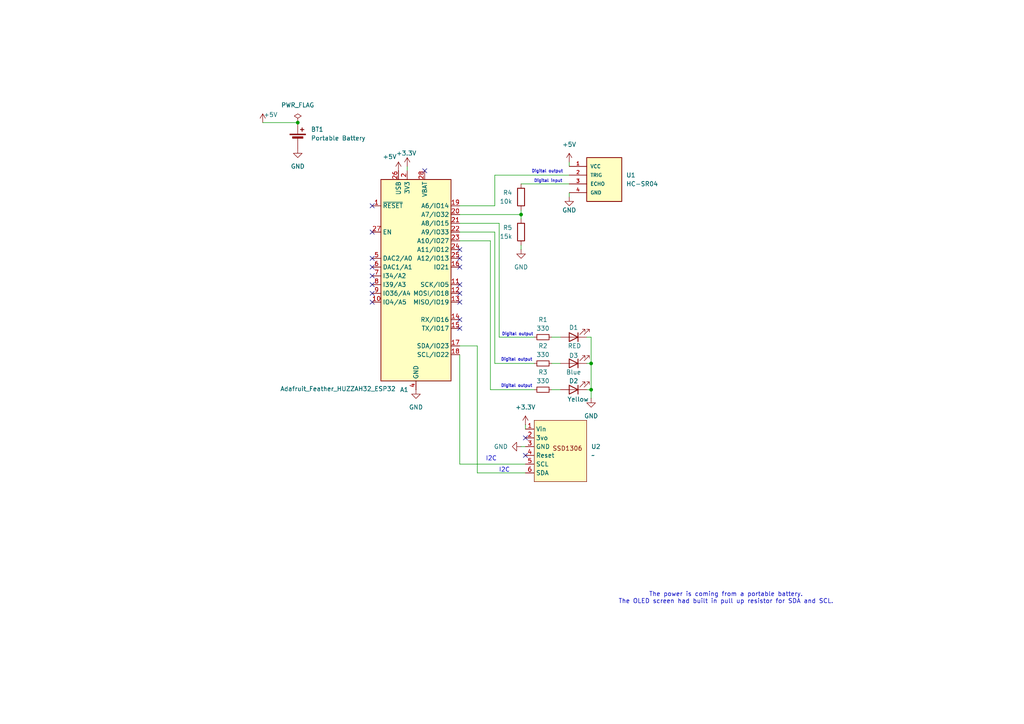
<source format=kicad_sch>
(kicad_sch
	(version 20250114)
	(generator "eeschema")
	(generator_version "9.0")
	(uuid "54dde89f-c22d-4592-bcdd-d34b1d194bcc")
	(paper "A4")
	(title_block
		(title "Distance Sensor")
		(date "2025-11-17")
		(rev "2.0")
		(company "Team 15")
	)
	(lib_symbols
		(symbol "Device:Battery_Cell"
			(pin_numbers
				(hide yes)
			)
			(pin_names
				(offset 0)
				(hide yes)
			)
			(exclude_from_sim no)
			(in_bom yes)
			(on_board yes)
			(property "Reference" "BT"
				(at 2.54 2.54 0)
				(effects
					(font
						(size 1.27 1.27)
					)
					(justify left)
				)
			)
			(property "Value" "Battery_Cell"
				(at 2.54 0 0)
				(effects
					(font
						(size 1.27 1.27)
					)
					(justify left)
				)
			)
			(property "Footprint" ""
				(at 0 1.524 90)
				(effects
					(font
						(size 1.27 1.27)
					)
					(hide yes)
				)
			)
			(property "Datasheet" "~"
				(at 0 1.524 90)
				(effects
					(font
						(size 1.27 1.27)
					)
					(hide yes)
				)
			)
			(property "Description" "Single-cell battery"
				(at 0 0 0)
				(effects
					(font
						(size 1.27 1.27)
					)
					(hide yes)
				)
			)
			(property "ki_keywords" "battery cell"
				(at 0 0 0)
				(effects
					(font
						(size 1.27 1.27)
					)
					(hide yes)
				)
			)
			(symbol "Battery_Cell_0_1"
				(rectangle
					(start -2.286 1.778)
					(end 2.286 1.524)
					(stroke
						(width 0)
						(type default)
					)
					(fill
						(type outline)
					)
				)
				(rectangle
					(start -1.524 1.016)
					(end 1.524 0.508)
					(stroke
						(width 0)
						(type default)
					)
					(fill
						(type outline)
					)
				)
				(polyline
					(pts
						(xy 0 1.778) (xy 0 2.54)
					)
					(stroke
						(width 0)
						(type default)
					)
					(fill
						(type none)
					)
				)
				(polyline
					(pts
						(xy 0 0.762) (xy 0 0)
					)
					(stroke
						(width 0)
						(type default)
					)
					(fill
						(type none)
					)
				)
				(polyline
					(pts
						(xy 0.762 3.048) (xy 1.778 3.048)
					)
					(stroke
						(width 0.254)
						(type default)
					)
					(fill
						(type none)
					)
				)
				(polyline
					(pts
						(xy 1.27 3.556) (xy 1.27 2.54)
					)
					(stroke
						(width 0.254)
						(type default)
					)
					(fill
						(type none)
					)
				)
			)
			(symbol "Battery_Cell_1_1"
				(pin passive line
					(at 0 5.08 270)
					(length 2.54)
					(name "+"
						(effects
							(font
								(size 1.27 1.27)
							)
						)
					)
					(number "1"
						(effects
							(font
								(size 1.27 1.27)
							)
						)
					)
				)
				(pin passive line
					(at 0 -2.54 90)
					(length 2.54)
					(name "-"
						(effects
							(font
								(size 1.27 1.27)
							)
						)
					)
					(number "2"
						(effects
							(font
								(size 1.27 1.27)
							)
						)
					)
				)
			)
			(embedded_fonts no)
		)
		(symbol "Device:LED"
			(pin_numbers
				(hide yes)
			)
			(pin_names
				(offset 1.016)
				(hide yes)
			)
			(exclude_from_sim no)
			(in_bom yes)
			(on_board yes)
			(property "Reference" "D"
				(at 0 2.54 0)
				(effects
					(font
						(size 1.27 1.27)
					)
				)
			)
			(property "Value" "LED"
				(at 0 -2.54 0)
				(effects
					(font
						(size 1.27 1.27)
					)
				)
			)
			(property "Footprint" ""
				(at 0 0 0)
				(effects
					(font
						(size 1.27 1.27)
					)
					(hide yes)
				)
			)
			(property "Datasheet" "~"
				(at 0 0 0)
				(effects
					(font
						(size 1.27 1.27)
					)
					(hide yes)
				)
			)
			(property "Description" "Light emitting diode"
				(at 0 0 0)
				(effects
					(font
						(size 1.27 1.27)
					)
					(hide yes)
				)
			)
			(property "Sim.Pins" "1=K 2=A"
				(at 0 0 0)
				(effects
					(font
						(size 1.27 1.27)
					)
					(hide yes)
				)
			)
			(property "ki_keywords" "LED diode"
				(at 0 0 0)
				(effects
					(font
						(size 1.27 1.27)
					)
					(hide yes)
				)
			)
			(property "ki_fp_filters" "LED* LED_SMD:* LED_THT:*"
				(at 0 0 0)
				(effects
					(font
						(size 1.27 1.27)
					)
					(hide yes)
				)
			)
			(symbol "LED_0_1"
				(polyline
					(pts
						(xy -3.048 -0.762) (xy -4.572 -2.286) (xy -3.81 -2.286) (xy -4.572 -2.286) (xy -4.572 -1.524)
					)
					(stroke
						(width 0)
						(type default)
					)
					(fill
						(type none)
					)
				)
				(polyline
					(pts
						(xy -1.778 -0.762) (xy -3.302 -2.286) (xy -2.54 -2.286) (xy -3.302 -2.286) (xy -3.302 -1.524)
					)
					(stroke
						(width 0)
						(type default)
					)
					(fill
						(type none)
					)
				)
				(polyline
					(pts
						(xy -1.27 0) (xy 1.27 0)
					)
					(stroke
						(width 0)
						(type default)
					)
					(fill
						(type none)
					)
				)
				(polyline
					(pts
						(xy -1.27 -1.27) (xy -1.27 1.27)
					)
					(stroke
						(width 0.254)
						(type default)
					)
					(fill
						(type none)
					)
				)
				(polyline
					(pts
						(xy 1.27 -1.27) (xy 1.27 1.27) (xy -1.27 0) (xy 1.27 -1.27)
					)
					(stroke
						(width 0.254)
						(type default)
					)
					(fill
						(type none)
					)
				)
			)
			(symbol "LED_1_1"
				(pin passive line
					(at -3.81 0 0)
					(length 2.54)
					(name "K"
						(effects
							(font
								(size 1.27 1.27)
							)
						)
					)
					(number "1"
						(effects
							(font
								(size 1.27 1.27)
							)
						)
					)
				)
				(pin passive line
					(at 3.81 0 180)
					(length 2.54)
					(name "A"
						(effects
							(font
								(size 1.27 1.27)
							)
						)
					)
					(number "2"
						(effects
							(font
								(size 1.27 1.27)
							)
						)
					)
				)
			)
			(embedded_fonts no)
		)
		(symbol "Device:R"
			(pin_numbers
				(hide yes)
			)
			(pin_names
				(offset 0)
			)
			(exclude_from_sim no)
			(in_bom yes)
			(on_board yes)
			(property "Reference" "R"
				(at 2.032 0 90)
				(effects
					(font
						(size 1.27 1.27)
					)
				)
			)
			(property "Value" "R"
				(at 0 0 90)
				(effects
					(font
						(size 1.27 1.27)
					)
				)
			)
			(property "Footprint" ""
				(at -1.778 0 90)
				(effects
					(font
						(size 1.27 1.27)
					)
					(hide yes)
				)
			)
			(property "Datasheet" "~"
				(at 0 0 0)
				(effects
					(font
						(size 1.27 1.27)
					)
					(hide yes)
				)
			)
			(property "Description" "Resistor"
				(at 0 0 0)
				(effects
					(font
						(size 1.27 1.27)
					)
					(hide yes)
				)
			)
			(property "ki_keywords" "R res resistor"
				(at 0 0 0)
				(effects
					(font
						(size 1.27 1.27)
					)
					(hide yes)
				)
			)
			(property "ki_fp_filters" "R_*"
				(at 0 0 0)
				(effects
					(font
						(size 1.27 1.27)
					)
					(hide yes)
				)
			)
			(symbol "R_0_1"
				(rectangle
					(start -1.016 -2.54)
					(end 1.016 2.54)
					(stroke
						(width 0.254)
						(type default)
					)
					(fill
						(type none)
					)
				)
			)
			(symbol "R_1_1"
				(pin passive line
					(at 0 3.81 270)
					(length 1.27)
					(name "~"
						(effects
							(font
								(size 1.27 1.27)
							)
						)
					)
					(number "1"
						(effects
							(font
								(size 1.27 1.27)
							)
						)
					)
				)
				(pin passive line
					(at 0 -3.81 90)
					(length 1.27)
					(name "~"
						(effects
							(font
								(size 1.27 1.27)
							)
						)
					)
					(number "2"
						(effects
							(font
								(size 1.27 1.27)
							)
						)
					)
				)
			)
			(embedded_fonts no)
		)
		(symbol "Device:R_Small"
			(pin_numbers
				(hide yes)
			)
			(pin_names
				(offset 0.254)
				(hide yes)
			)
			(exclude_from_sim no)
			(in_bom yes)
			(on_board yes)
			(property "Reference" "R"
				(at 0 0 90)
				(effects
					(font
						(size 1.016 1.016)
					)
				)
			)
			(property "Value" "R_Small"
				(at 1.778 0 90)
				(effects
					(font
						(size 1.27 1.27)
					)
				)
			)
			(property "Footprint" ""
				(at 0 0 0)
				(effects
					(font
						(size 1.27 1.27)
					)
					(hide yes)
				)
			)
			(property "Datasheet" "~"
				(at 0 0 0)
				(effects
					(font
						(size 1.27 1.27)
					)
					(hide yes)
				)
			)
			(property "Description" "Resistor, small symbol"
				(at 0 0 0)
				(effects
					(font
						(size 1.27 1.27)
					)
					(hide yes)
				)
			)
			(property "ki_keywords" "R resistor"
				(at 0 0 0)
				(effects
					(font
						(size 1.27 1.27)
					)
					(hide yes)
				)
			)
			(property "ki_fp_filters" "R_*"
				(at 0 0 0)
				(effects
					(font
						(size 1.27 1.27)
					)
					(hide yes)
				)
			)
			(symbol "R_Small_0_1"
				(rectangle
					(start -0.762 1.778)
					(end 0.762 -1.778)
					(stroke
						(width 0.2032)
						(type default)
					)
					(fill
						(type none)
					)
				)
			)
			(symbol "R_Small_1_1"
				(pin passive line
					(at 0 2.54 270)
					(length 0.762)
					(name "~"
						(effects
							(font
								(size 1.27 1.27)
							)
						)
					)
					(number "1"
						(effects
							(font
								(size 1.27 1.27)
							)
						)
					)
				)
				(pin passive line
					(at 0 -2.54 90)
					(length 0.762)
					(name "~"
						(effects
							(font
								(size 1.27 1.27)
							)
						)
					)
					(number "2"
						(effects
							(font
								(size 1.27 1.27)
							)
						)
					)
				)
			)
			(embedded_fonts no)
		)
		(symbol "HC-SR04:HC-SR04"
			(pin_names
				(offset 1.016)
			)
			(exclude_from_sim no)
			(in_bom yes)
			(on_board yes)
			(property "Reference" "U"
				(at 0 5.0813 0)
				(effects
					(font
						(size 1.27 1.27)
					)
					(justify left bottom)
				)
			)
			(property "Value" "HC-SR04"
				(at 0 -10.163 0)
				(effects
					(font
						(size 1.27 1.27)
					)
					(justify left bottom)
				)
			)
			(property "Footprint" "HC-SR04:XCVR_HC-SR04"
				(at 0 0 0)
				(effects
					(font
						(size 1.27 1.27)
					)
					(justify bottom)
					(hide yes)
				)
			)
			(property "Datasheet" ""
				(at 0 0 0)
				(effects
					(font
						(size 1.27 1.27)
					)
					(hide yes)
				)
			)
			(property "Description" ""
				(at 0 0 0)
				(effects
					(font
						(size 1.27 1.27)
					)
					(hide yes)
				)
			)
			(property "MF" "SparkFun Electronics"
				(at 0 0 0)
				(effects
					(font
						(size 1.27 1.27)
					)
					(justify bottom)
					(hide yes)
				)
			)
			(property "Description_1" "HC-SR04 Ultrasonic Sensor Qwiic Platform Evaluation Expansion Board"
				(at 0 0 0)
				(effects
					(font
						(size 1.27 1.27)
					)
					(justify bottom)
					(hide yes)
				)
			)
			(property "Package" "None"
				(at 0 0 0)
				(effects
					(font
						(size 1.27 1.27)
					)
					(justify bottom)
					(hide yes)
				)
			)
			(property "Price" "None"
				(at 0 0 0)
				(effects
					(font
						(size 1.27 1.27)
					)
					(justify bottom)
					(hide yes)
				)
			)
			(property "Check_prices" "https://www.snapeda.com/parts/HC-SR04/SparkFun/view-part/?ref=eda"
				(at 0 0 0)
				(effects
					(font
						(size 1.27 1.27)
					)
					(justify bottom)
					(hide yes)
				)
			)
			(property "SnapEDA_Link" "https://www.snapeda.com/parts/HC-SR04/SparkFun/view-part/?ref=snap"
				(at 0 0 0)
				(effects
					(font
						(size 1.27 1.27)
					)
					(justify bottom)
					(hide yes)
				)
			)
			(property "MP" "HC-SR04"
				(at 0 0 0)
				(effects
					(font
						(size 1.27 1.27)
					)
					(justify bottom)
					(hide yes)
				)
			)
			(property "Availability" "Not in stock"
				(at 0 0 0)
				(effects
					(font
						(size 1.27 1.27)
					)
					(justify bottom)
					(hide yes)
				)
			)
			(property "MANUFACTURER" "Osepp"
				(at 0 0 0)
				(effects
					(font
						(size 1.27 1.27)
					)
					(justify bottom)
					(hide yes)
				)
			)
			(symbol "HC-SR04_0_0"
				(rectangle
					(start 0 -7.62)
					(end 10.16 5.08)
					(stroke
						(width 0.254)
						(type default)
					)
					(fill
						(type background)
					)
				)
				(pin power_in line
					(at -5.08 2.54 0)
					(length 5.08)
					(name "VCC"
						(effects
							(font
								(size 1.016 1.016)
							)
						)
					)
					(number "1"
						(effects
							(font
								(size 1.016 1.016)
							)
						)
					)
				)
				(pin bidirectional line
					(at -5.08 0 0)
					(length 5.08)
					(name "TRIG"
						(effects
							(font
								(size 1.016 1.016)
							)
						)
					)
					(number "2"
						(effects
							(font
								(size 1.016 1.016)
							)
						)
					)
				)
				(pin bidirectional line
					(at -5.08 -2.54 0)
					(length 5.08)
					(name "ECHO"
						(effects
							(font
								(size 1.016 1.016)
							)
						)
					)
					(number "3"
						(effects
							(font
								(size 1.016 1.016)
							)
						)
					)
				)
				(pin power_in line
					(at -5.08 -5.08 0)
					(length 5.08)
					(name "GND"
						(effects
							(font
								(size 1.016 1.016)
							)
						)
					)
					(number "4"
						(effects
							(font
								(size 1.016 1.016)
							)
						)
					)
				)
			)
			(embedded_fonts no)
		)
		(symbol "MCU_Module:Adafruit_Feather_HUZZAH32_ESP32"
			(exclude_from_sim no)
			(in_bom yes)
			(on_board yes)
			(property "Reference" "A"
				(at -10.16 29.21 0)
				(effects
					(font
						(size 1.27 1.27)
					)
					(justify left)
				)
			)
			(property "Value" "Adafruit_Feather_HUZZAH32_ESP32"
				(at 2.54 -31.75 0)
				(effects
					(font
						(size 1.27 1.27)
					)
					(justify left)
				)
			)
			(property "Footprint" "Module:Adafruit_Feather"
				(at 2.54 -34.29 0)
				(effects
					(font
						(size 1.27 1.27)
					)
					(justify left)
					(hide yes)
				)
			)
			(property "Datasheet" "https://cdn-learn.adafruit.com/downloads/pdf/adafruit-huzzah32-esp32-feather.pdf"
				(at 0 -30.48 0)
				(effects
					(font
						(size 1.27 1.27)
					)
					(hide yes)
				)
			)
			(property "Description" "Microcontroller module with ESP32 MCU"
				(at 0 0 0)
				(effects
					(font
						(size 1.27 1.27)
					)
					(hide yes)
				)
			)
			(property "ki_keywords" "Adafruit feather microcontroller module USB"
				(at 0 0 0)
				(effects
					(font
						(size 1.27 1.27)
					)
					(hide yes)
				)
			)
			(property "ki_fp_filters" "Adafruit*Feather*"
				(at 0 0 0)
				(effects
					(font
						(size 1.27 1.27)
					)
					(hide yes)
				)
			)
			(symbol "Adafruit_Feather_HUZZAH32_ESP32_0_1"
				(rectangle
					(start -10.16 27.94)
					(end 10.16 -30.48)
					(stroke
						(width 0.254)
						(type default)
					)
					(fill
						(type background)
					)
				)
			)
			(symbol "Adafruit_Feather_HUZZAH32_ESP32_1_1"
				(pin bidirectional line
					(at -12.7 20.32 0)
					(length 2.54)
					(name "A6/IO14"
						(effects
							(font
								(size 1.27 1.27)
							)
						)
					)
					(number "19"
						(effects
							(font
								(size 1.27 1.27)
							)
						)
					)
				)
				(pin bidirectional line
					(at -12.7 17.78 0)
					(length 2.54)
					(name "A7/IO32"
						(effects
							(font
								(size 1.27 1.27)
							)
						)
					)
					(number "20"
						(effects
							(font
								(size 1.27 1.27)
							)
						)
					)
				)
				(pin bidirectional line
					(at -12.7 15.24 0)
					(length 2.54)
					(name "A8/IO15"
						(effects
							(font
								(size 1.27 1.27)
							)
						)
					)
					(number "21"
						(effects
							(font
								(size 1.27 1.27)
							)
						)
					)
				)
				(pin bidirectional line
					(at -12.7 12.7 0)
					(length 2.54)
					(name "A9/IO33"
						(effects
							(font
								(size 1.27 1.27)
							)
						)
					)
					(number "22"
						(effects
							(font
								(size 1.27 1.27)
							)
						)
					)
				)
				(pin bidirectional line
					(at -12.7 10.16 0)
					(length 2.54)
					(name "A10/IO27"
						(effects
							(font
								(size 1.27 1.27)
							)
						)
					)
					(number "23"
						(effects
							(font
								(size 1.27 1.27)
							)
						)
					)
				)
				(pin bidirectional line
					(at -12.7 7.62 0)
					(length 2.54)
					(name "A11/IO12"
						(effects
							(font
								(size 1.27 1.27)
							)
						)
					)
					(number "24"
						(effects
							(font
								(size 1.27 1.27)
							)
						)
					)
				)
				(pin bidirectional line
					(at -12.7 5.08 0)
					(length 2.54)
					(name "A12/IO13"
						(effects
							(font
								(size 1.27 1.27)
							)
						)
					)
					(number "25"
						(effects
							(font
								(size 1.27 1.27)
							)
						)
					)
				)
				(pin bidirectional line
					(at -12.7 2.54 0)
					(length 2.54)
					(name "IO21"
						(effects
							(font
								(size 1.27 1.27)
							)
						)
					)
					(number "16"
						(effects
							(font
								(size 1.27 1.27)
							)
						)
					)
				)
				(pin bidirectional line
					(at -12.7 -2.54 0)
					(length 2.54)
					(name "SCK/IO5"
						(effects
							(font
								(size 1.27 1.27)
							)
						)
					)
					(number "11"
						(effects
							(font
								(size 1.27 1.27)
							)
						)
					)
				)
				(pin bidirectional line
					(at -12.7 -5.08 0)
					(length 2.54)
					(name "MOSI/IO18"
						(effects
							(font
								(size 1.27 1.27)
							)
						)
					)
					(number "12"
						(effects
							(font
								(size 1.27 1.27)
							)
						)
					)
				)
				(pin bidirectional line
					(at -12.7 -7.62 0)
					(length 2.54)
					(name "MISO/IO19"
						(effects
							(font
								(size 1.27 1.27)
							)
						)
					)
					(number "13"
						(effects
							(font
								(size 1.27 1.27)
							)
						)
					)
				)
				(pin bidirectional line
					(at -12.7 -12.7 0)
					(length 2.54)
					(name "RX/IO16"
						(effects
							(font
								(size 1.27 1.27)
							)
						)
					)
					(number "14"
						(effects
							(font
								(size 1.27 1.27)
							)
						)
					)
				)
				(pin bidirectional line
					(at -12.7 -15.24 0)
					(length 2.54)
					(name "TX/IO17"
						(effects
							(font
								(size 1.27 1.27)
							)
						)
					)
					(number "15"
						(effects
							(font
								(size 1.27 1.27)
							)
						)
					)
				)
				(pin bidirectional line
					(at -12.7 -20.32 0)
					(length 2.54)
					(name "SDA/IO23"
						(effects
							(font
								(size 1.27 1.27)
							)
						)
					)
					(number "17"
						(effects
							(font
								(size 1.27 1.27)
							)
						)
					)
				)
				(pin bidirectional line
					(at -12.7 -22.86 0)
					(length 2.54)
					(name "SCL/IO22"
						(effects
							(font
								(size 1.27 1.27)
							)
						)
					)
					(number "18"
						(effects
							(font
								(size 1.27 1.27)
							)
						)
					)
				)
				(pin power_in line
					(at -2.54 30.48 270)
					(length 2.54)
					(name "VBAT"
						(effects
							(font
								(size 1.27 1.27)
							)
						)
					)
					(number "28"
						(effects
							(font
								(size 1.27 1.27)
							)
						)
					)
				)
				(pin power_in line
					(at 0 -33.02 90)
					(length 2.54)
					(name "GND"
						(effects
							(font
								(size 1.27 1.27)
							)
						)
					)
					(number "4"
						(effects
							(font
								(size 1.27 1.27)
							)
						)
					)
				)
				(pin power_in line
					(at 2.54 30.48 270)
					(length 2.54)
					(name "3V3"
						(effects
							(font
								(size 1.27 1.27)
							)
						)
					)
					(number "2"
						(effects
							(font
								(size 1.27 1.27)
							)
						)
					)
				)
				(pin power_in line
					(at 5.08 30.48 270)
					(length 2.54)
					(name "USB"
						(effects
							(font
								(size 1.27 1.27)
							)
						)
					)
					(number "26"
						(effects
							(font
								(size 1.27 1.27)
							)
						)
					)
				)
				(pin no_connect line
					(at 10.16 10.16 180)
					(length 2.54)
					(hide yes)
					(name "NC"
						(effects
							(font
								(size 1.27 1.27)
							)
						)
					)
					(number "3"
						(effects
							(font
								(size 1.27 1.27)
							)
						)
					)
				)
				(pin input line
					(at 12.7 20.32 180)
					(length 2.54)
					(name "~{RESET}"
						(effects
							(font
								(size 1.27 1.27)
							)
						)
					)
					(number "1"
						(effects
							(font
								(size 1.27 1.27)
							)
						)
					)
				)
				(pin input line
					(at 12.7 12.7 180)
					(length 2.54)
					(name "EN"
						(effects
							(font
								(size 1.27 1.27)
							)
						)
					)
					(number "27"
						(effects
							(font
								(size 1.27 1.27)
							)
						)
					)
				)
				(pin bidirectional line
					(at 12.7 5.08 180)
					(length 2.54)
					(name "DAC2/A0"
						(effects
							(font
								(size 1.27 1.27)
							)
						)
					)
					(number "5"
						(effects
							(font
								(size 1.27 1.27)
							)
						)
					)
				)
				(pin bidirectional line
					(at 12.7 2.54 180)
					(length 2.54)
					(name "DAC1/A1"
						(effects
							(font
								(size 1.27 1.27)
							)
						)
					)
					(number "6"
						(effects
							(font
								(size 1.27 1.27)
							)
						)
					)
				)
				(pin bidirectional line
					(at 12.7 0 180)
					(length 2.54)
					(name "I34/A2"
						(effects
							(font
								(size 1.27 1.27)
							)
						)
					)
					(number "7"
						(effects
							(font
								(size 1.27 1.27)
							)
						)
					)
				)
				(pin bidirectional line
					(at 12.7 -2.54 180)
					(length 2.54)
					(name "I39/A3"
						(effects
							(font
								(size 1.27 1.27)
							)
						)
					)
					(number "8"
						(effects
							(font
								(size 1.27 1.27)
							)
						)
					)
				)
				(pin bidirectional line
					(at 12.7 -5.08 180)
					(length 2.54)
					(name "IO36/A4"
						(effects
							(font
								(size 1.27 1.27)
							)
						)
					)
					(number "9"
						(effects
							(font
								(size 1.27 1.27)
							)
						)
					)
				)
				(pin bidirectional line
					(at 12.7 -7.62 180)
					(length 2.54)
					(name "IO4/A5"
						(effects
							(font
								(size 1.27 1.27)
							)
						)
					)
					(number "10"
						(effects
							(font
								(size 1.27 1.27)
							)
						)
					)
				)
			)
			(embedded_fonts no)
		)
		(symbol "Oled_SSD1306_6pin:SSD1306_6-pin"
			(exclude_from_sim no)
			(in_bom yes)
			(on_board yes)
			(property "Reference" "U2"
				(at 19.05 -1.2699 0)
				(effects
					(font
						(size 1.27 1.27)
					)
					(justify left)
				)
			)
			(property "Value" "~"
				(at 19.05 -3.8099 0)
				(effects
					(font
						(size 1.27 1.27)
					)
					(justify left)
				)
			)
			(property "Footprint" "Display:Adafruit_SSD1306"
				(at 0 0 0)
				(effects
					(font
						(size 1.27 1.27)
					)
					(hide yes)
				)
			)
			(property "Datasheet" ""
				(at 0 0 0)
				(effects
					(font
						(size 1.27 1.27)
					)
					(hide yes)
				)
			)
			(property "Description" ""
				(at 0 0 0)
				(effects
					(font
						(size 1.27 1.27)
					)
					(hide yes)
				)
			)
			(symbol "SSD1306_6-pin_1_1"
				(rectangle
					(start 2.54 6.35)
					(end 17.78 -11.43)
					(stroke
						(width 0)
						(type solid)
					)
					(fill
						(type background)
					)
				)
				(text "SSD1306"
					(at 12.192 -1.778 0)
					(effects
						(font
							(size 1.27 1.27)
						)
					)
				)
				(pin power_in line
					(at 0 3.81 0)
					(length 2.54)
					(name "Vin"
						(effects
							(font
								(size 1.27 1.27)
							)
						)
					)
					(number "1"
						(effects
							(font
								(size 1.27 1.27)
							)
						)
					)
				)
				(pin power_in line
					(at 0 1.27 0)
					(length 2.54)
					(name "3vo"
						(effects
							(font
								(size 1.27 1.27)
							)
						)
					)
					(number "2"
						(effects
							(font
								(size 1.27 1.27)
							)
						)
					)
				)
				(pin power_in line
					(at 0 -1.27 0)
					(length 2.54)
					(name "GND"
						(effects
							(font
								(size 1.27 1.27)
							)
						)
					)
					(number "3"
						(effects
							(font
								(size 1.27 1.27)
							)
						)
					)
				)
				(pin input line
					(at 0 -3.81 0)
					(length 2.54)
					(name "Reset"
						(effects
							(font
								(size 1.27 1.27)
							)
						)
					)
					(number "4"
						(effects
							(font
								(size 1.27 1.27)
							)
						)
					)
				)
				(pin bidirectional line
					(at 0 -6.35 0)
					(length 2.54)
					(name "SCL"
						(effects
							(font
								(size 1.27 1.27)
							)
						)
					)
					(number "5"
						(effects
							(font
								(size 1.27 1.27)
							)
						)
					)
				)
				(pin bidirectional line
					(at 0 -8.89 0)
					(length 2.54)
					(name "SDA"
						(effects
							(font
								(size 1.27 1.27)
							)
						)
					)
					(number "6"
						(effects
							(font
								(size 1.27 1.27)
							)
						)
					)
				)
			)
			(embedded_fonts no)
		)
		(symbol "power:+3.3V"
			(power)
			(pin_numbers
				(hide yes)
			)
			(pin_names
				(offset 0)
				(hide yes)
			)
			(exclude_from_sim no)
			(in_bom yes)
			(on_board yes)
			(property "Reference" "#PWR"
				(at 0 -3.81 0)
				(effects
					(font
						(size 1.27 1.27)
					)
					(hide yes)
				)
			)
			(property "Value" "+3.3V"
				(at 0 3.556 0)
				(effects
					(font
						(size 1.27 1.27)
					)
				)
			)
			(property "Footprint" ""
				(at 0 0 0)
				(effects
					(font
						(size 1.27 1.27)
					)
					(hide yes)
				)
			)
			(property "Datasheet" ""
				(at 0 0 0)
				(effects
					(font
						(size 1.27 1.27)
					)
					(hide yes)
				)
			)
			(property "Description" "Power symbol creates a global label with name \"+3.3V\""
				(at 0 0 0)
				(effects
					(font
						(size 1.27 1.27)
					)
					(hide yes)
				)
			)
			(property "ki_keywords" "global power"
				(at 0 0 0)
				(effects
					(font
						(size 1.27 1.27)
					)
					(hide yes)
				)
			)
			(symbol "+3.3V_0_1"
				(polyline
					(pts
						(xy -0.762 1.27) (xy 0 2.54)
					)
					(stroke
						(width 0)
						(type default)
					)
					(fill
						(type none)
					)
				)
				(polyline
					(pts
						(xy 0 2.54) (xy 0.762 1.27)
					)
					(stroke
						(width 0)
						(type default)
					)
					(fill
						(type none)
					)
				)
				(polyline
					(pts
						(xy 0 0) (xy 0 2.54)
					)
					(stroke
						(width 0)
						(type default)
					)
					(fill
						(type none)
					)
				)
			)
			(symbol "+3.3V_1_1"
				(pin power_in line
					(at 0 0 90)
					(length 0)
					(name "~"
						(effects
							(font
								(size 1.27 1.27)
							)
						)
					)
					(number "1"
						(effects
							(font
								(size 1.27 1.27)
							)
						)
					)
				)
			)
			(embedded_fonts no)
		)
		(symbol "power:+5V"
			(power)
			(pin_numbers
				(hide yes)
			)
			(pin_names
				(offset 0)
				(hide yes)
			)
			(exclude_from_sim no)
			(in_bom yes)
			(on_board yes)
			(property "Reference" "#PWR"
				(at 0 -3.81 0)
				(effects
					(font
						(size 1.27 1.27)
					)
					(hide yes)
				)
			)
			(property "Value" "+5V"
				(at 0 3.556 0)
				(effects
					(font
						(size 1.27 1.27)
					)
				)
			)
			(property "Footprint" ""
				(at 0 0 0)
				(effects
					(font
						(size 1.27 1.27)
					)
					(hide yes)
				)
			)
			(property "Datasheet" ""
				(at 0 0 0)
				(effects
					(font
						(size 1.27 1.27)
					)
					(hide yes)
				)
			)
			(property "Description" "Power symbol creates a global label with name \"+5V\""
				(at 0 0 0)
				(effects
					(font
						(size 1.27 1.27)
					)
					(hide yes)
				)
			)
			(property "ki_keywords" "global power"
				(at 0 0 0)
				(effects
					(font
						(size 1.27 1.27)
					)
					(hide yes)
				)
			)
			(symbol "+5V_0_1"
				(polyline
					(pts
						(xy -0.762 1.27) (xy 0 2.54)
					)
					(stroke
						(width 0)
						(type default)
					)
					(fill
						(type none)
					)
				)
				(polyline
					(pts
						(xy 0 2.54) (xy 0.762 1.27)
					)
					(stroke
						(width 0)
						(type default)
					)
					(fill
						(type none)
					)
				)
				(polyline
					(pts
						(xy 0 0) (xy 0 2.54)
					)
					(stroke
						(width 0)
						(type default)
					)
					(fill
						(type none)
					)
				)
			)
			(symbol "+5V_1_1"
				(pin power_in line
					(at 0 0 90)
					(length 0)
					(name "~"
						(effects
							(font
								(size 1.27 1.27)
							)
						)
					)
					(number "1"
						(effects
							(font
								(size 1.27 1.27)
							)
						)
					)
				)
			)
			(embedded_fonts no)
		)
		(symbol "power:GND"
			(power)
			(pin_numbers
				(hide yes)
			)
			(pin_names
				(offset 0)
				(hide yes)
			)
			(exclude_from_sim no)
			(in_bom yes)
			(on_board yes)
			(property "Reference" "#PWR"
				(at 0 -6.35 0)
				(effects
					(font
						(size 1.27 1.27)
					)
					(hide yes)
				)
			)
			(property "Value" "GND"
				(at 0 -3.81 0)
				(effects
					(font
						(size 1.27 1.27)
					)
				)
			)
			(property "Footprint" ""
				(at 0 0 0)
				(effects
					(font
						(size 1.27 1.27)
					)
					(hide yes)
				)
			)
			(property "Datasheet" ""
				(at 0 0 0)
				(effects
					(font
						(size 1.27 1.27)
					)
					(hide yes)
				)
			)
			(property "Description" "Power symbol creates a global label with name \"GND\" , ground"
				(at 0 0 0)
				(effects
					(font
						(size 1.27 1.27)
					)
					(hide yes)
				)
			)
			(property "ki_keywords" "global power"
				(at 0 0 0)
				(effects
					(font
						(size 1.27 1.27)
					)
					(hide yes)
				)
			)
			(symbol "GND_0_1"
				(polyline
					(pts
						(xy 0 0) (xy 0 -1.27) (xy 1.27 -1.27) (xy 0 -2.54) (xy -1.27 -1.27) (xy 0 -1.27)
					)
					(stroke
						(width 0)
						(type default)
					)
					(fill
						(type none)
					)
				)
			)
			(symbol "GND_1_1"
				(pin power_in line
					(at 0 0 270)
					(length 0)
					(name "~"
						(effects
							(font
								(size 1.27 1.27)
							)
						)
					)
					(number "1"
						(effects
							(font
								(size 1.27 1.27)
							)
						)
					)
				)
			)
			(embedded_fonts no)
		)
		(symbol "power:PWR_FLAG"
			(power)
			(pin_numbers
				(hide yes)
			)
			(pin_names
				(offset 0)
				(hide yes)
			)
			(exclude_from_sim no)
			(in_bom yes)
			(on_board yes)
			(property "Reference" "#FLG"
				(at 0 1.905 0)
				(effects
					(font
						(size 1.27 1.27)
					)
					(hide yes)
				)
			)
			(property "Value" "PWR_FLAG"
				(at 0 3.81 0)
				(effects
					(font
						(size 1.27 1.27)
					)
				)
			)
			(property "Footprint" ""
				(at 0 0 0)
				(effects
					(font
						(size 1.27 1.27)
					)
					(hide yes)
				)
			)
			(property "Datasheet" "~"
				(at 0 0 0)
				(effects
					(font
						(size 1.27 1.27)
					)
					(hide yes)
				)
			)
			(property "Description" "Special symbol for telling ERC where power comes from"
				(at 0 0 0)
				(effects
					(font
						(size 1.27 1.27)
					)
					(hide yes)
				)
			)
			(property "ki_keywords" "flag power"
				(at 0 0 0)
				(effects
					(font
						(size 1.27 1.27)
					)
					(hide yes)
				)
			)
			(symbol "PWR_FLAG_0_0"
				(pin power_out line
					(at 0 0 90)
					(length 0)
					(name "~"
						(effects
							(font
								(size 1.27 1.27)
							)
						)
					)
					(number "1"
						(effects
							(font
								(size 1.27 1.27)
							)
						)
					)
				)
			)
			(symbol "PWR_FLAG_0_1"
				(polyline
					(pts
						(xy 0 0) (xy 0 1.27) (xy -1.016 1.905) (xy 0 2.54) (xy 1.016 1.905) (xy 0 1.27)
					)
					(stroke
						(width 0)
						(type default)
					)
					(fill
						(type none)
					)
				)
			)
			(embedded_fonts no)
		)
	)
	(text "Digital output"
		(exclude_from_sim no)
		(at 149.86 112.014 0)
		(effects
			(font
				(size 0.8636 0.8636)
			)
		)
		(uuid "12e29832-c509-4e9b-9e4f-08eab246c729")
	)
	(text "The power is coming from a portable battery.\nThe OLED screen had built in pull up resistor for SDA and SCL."
		(exclude_from_sim no)
		(at 210.566 173.482 0)
		(effects
			(font
				(size 1.27 1.27)
			)
		)
		(uuid "2684976b-0501-4321-9142-0b31305f3393")
	)
	(text "Digital output"
		(exclude_from_sim no)
		(at 150.114 97.028 0)
		(effects
			(font
				(size 0.8636 0.8636)
			)
		)
		(uuid "31762809-eeb1-47d0-bc48-e9d05118df56")
	)
	(text "Digital output"
		(exclude_from_sim no)
		(at 158.75 49.784 0)
		(effects
			(font
				(size 0.8636 0.8636)
			)
		)
		(uuid "8453927a-3fd6-423b-91f0-ce43c21f63e2")
	)
	(text "Digital output"
		(exclude_from_sim no)
		(at 149.86 104.394 0)
		(effects
			(font
				(size 0.8636 0.8636)
			)
		)
		(uuid "bea971e4-431f-4a78-99e2-122ee2815bb7")
	)
	(text "I2C"
		(exclude_from_sim no)
		(at 142.494 133.096 0)
		(effects
			(font
				(size 1.27 1.27)
			)
		)
		(uuid "deada92f-e032-494d-8511-90ea0de9dc8a")
	)
	(text "I2C"
		(exclude_from_sim no)
		(at 146.304 136.398 0)
		(effects
			(font
				(size 1.27 1.27)
			)
		)
		(uuid "eb4d573c-5417-49c9-8755-1f7d36f220e0")
	)
	(text "Digital input\n"
		(exclude_from_sim no)
		(at 159.004 52.578 0)
		(effects
			(font
				(size 0.8636 0.8636)
			)
		)
		(uuid "ed2a9d89-3c78-46e6-976b-58b6dfa9d99f")
	)
	(junction
		(at 151.13 62.23)
		(diameter 0)
		(color 0 0 0 0)
		(uuid "35b78f83-8333-4cad-8b0d-f5f8b147ec62")
	)
	(junction
		(at 171.45 105.41)
		(diameter 0)
		(color 0 0 0 0)
		(uuid "815d613a-b5c4-4675-b7e7-7ad0cd414b91")
	)
	(junction
		(at 171.45 113.03)
		(diameter 0)
		(color 0 0 0 0)
		(uuid "963fc2d0-80cc-451d-8bf9-a21479547691")
	)
	(junction
		(at 86.36 35.56)
		(diameter 0)
		(color 0 0 0 0)
		(uuid "fecd3c9a-e92b-44b1-aa6a-2e17004abbeb")
	)
	(no_connect
		(at 107.95 87.63)
		(uuid "05d232ae-02e7-486b-b7f0-554f148a3286")
	)
	(no_connect
		(at 107.95 67.31)
		(uuid "253d5b91-9b67-4c4e-a920-f22338621f0f")
	)
	(no_connect
		(at 133.35 72.39)
		(uuid "397d882f-028a-4c59-b037-e7fc480c9b6b")
	)
	(no_connect
		(at 133.35 77.47)
		(uuid "3c1a7b69-291e-46fe-89e2-6f31cdadcaaf")
	)
	(no_connect
		(at 107.95 82.55)
		(uuid "409f97ff-b2e6-439f-9661-36810b824040")
	)
	(no_connect
		(at 107.95 80.01)
		(uuid "422a8b55-e182-4d3c-a8c8-65ac3e430ada")
	)
	(no_connect
		(at 107.95 59.69)
		(uuid "479b9728-82a2-481b-87ce-2376f7c08a0f")
	)
	(no_connect
		(at 133.35 82.55)
		(uuid "4a45a294-c23b-4a7f-8f27-a24f0237ddf0")
	)
	(no_connect
		(at 152.4 132.08)
		(uuid "549c9e9c-1c00-4005-b7a4-a1c1b21ba35b")
	)
	(no_connect
		(at 107.95 77.47)
		(uuid "64f88c53-05e0-4a6b-a2c9-7cc8f23b36ea")
	)
	(no_connect
		(at 133.35 92.71)
		(uuid "665dd38e-b3f2-4547-bbc4-a690b693af1f")
	)
	(no_connect
		(at 133.35 85.09)
		(uuid "6f28196f-f9a3-430e-82e2-026486428516")
	)
	(no_connect
		(at 152.4 127)
		(uuid "7ed8213f-d802-41be-b992-111578c78ed6")
	)
	(no_connect
		(at 107.95 85.09)
		(uuid "91d57ed0-b4fc-4821-8bcd-dcb9ee0028be")
	)
	(no_connect
		(at 133.35 87.63)
		(uuid "9e3d4226-76e5-4733-a705-493bcf946a8f")
	)
	(no_connect
		(at 107.95 74.93)
		(uuid "c4f98ad4-e0a2-4843-8ce6-6a0c56cf2319")
	)
	(no_connect
		(at 123.19 49.53)
		(uuid "d1d7e507-d821-4b5a-88a3-eb4f246ec230")
	)
	(no_connect
		(at 133.35 74.93)
		(uuid "e962570b-0af2-4327-b9c9-73c82d78d7df")
	)
	(no_connect
		(at 133.35 95.25)
		(uuid "fe3bd3c8-c751-49ba-b3fa-823759c5ac6c")
	)
	(wire
		(pts
			(xy 165.1 55.88) (xy 165.1 57.15)
		)
		(stroke
			(width 0)
			(type default)
		)
		(uuid "0233982d-9101-44da-ab06-69d0c0743197")
	)
	(wire
		(pts
			(xy 152.4 123.19) (xy 152.4 124.46)
		)
		(stroke
			(width 0)
			(type default)
		)
		(uuid "0272df7f-3416-456e-b08c-79b38247c873")
	)
	(wire
		(pts
			(xy 171.45 113.03) (xy 171.45 115.57)
		)
		(stroke
			(width 0)
			(type default)
		)
		(uuid "12d1b680-65d0-42f9-85d7-8df2c912bab6")
	)
	(wire
		(pts
			(xy 171.45 105.41) (xy 171.45 113.03)
		)
		(stroke
			(width 0)
			(type default)
		)
		(uuid "139af7b5-6e8c-4486-ac86-0e82fda42b03")
	)
	(wire
		(pts
			(xy 76.2 35.56) (xy 86.36 35.56)
		)
		(stroke
			(width 0)
			(type default)
		)
		(uuid "14170f2c-e58e-4211-a678-be651eac5fe4")
	)
	(wire
		(pts
			(xy 151.13 62.23) (xy 151.13 63.5)
		)
		(stroke
			(width 0)
			(type default)
		)
		(uuid "1ae4d65a-5fe3-48cd-a9a1-2f347cdee016")
	)
	(wire
		(pts
			(xy 143.51 67.31) (xy 143.51 105.41)
		)
		(stroke
			(width 0)
			(type default)
		)
		(uuid "1c3b1aa1-0829-46ba-9471-a87af1ce5644")
	)
	(wire
		(pts
			(xy 143.51 59.69) (xy 133.35 59.69)
		)
		(stroke
			(width 0)
			(type default)
		)
		(uuid "2505bc26-1abe-4026-ba81-7821262269c4")
	)
	(wire
		(pts
			(xy 144.78 64.77) (xy 144.78 97.79)
		)
		(stroke
			(width 0)
			(type default)
		)
		(uuid "34d3c1c3-af05-400d-b1a2-816e6dae6ea6")
	)
	(wire
		(pts
			(xy 133.35 64.77) (xy 144.78 64.77)
		)
		(stroke
			(width 0)
			(type default)
		)
		(uuid "37ad5be9-b2f6-4dc2-bae1-0e72c369bf71")
	)
	(wire
		(pts
			(xy 151.13 71.12) (xy 151.13 72.39)
		)
		(stroke
			(width 0)
			(type default)
		)
		(uuid "405c2457-b51d-4aba-b14c-39845ed8431e")
	)
	(wire
		(pts
			(xy 165.1 50.8) (xy 143.51 50.8)
		)
		(stroke
			(width 0)
			(type default)
		)
		(uuid "4a28381f-bf9b-4b58-a072-054794c09298")
	)
	(wire
		(pts
			(xy 151.13 129.54) (xy 152.4 129.54)
		)
		(stroke
			(width 0)
			(type default)
		)
		(uuid "4a67c235-7507-40e6-9447-415fa57bd793")
	)
	(wire
		(pts
			(xy 143.51 50.8) (xy 143.51 59.69)
		)
		(stroke
			(width 0)
			(type default)
		)
		(uuid "5801cbe7-db3a-41fc-bbb7-12e6fa86c62f")
	)
	(wire
		(pts
			(xy 160.02 97.79) (xy 162.56 97.79)
		)
		(stroke
			(width 0)
			(type default)
		)
		(uuid "5af817db-2023-4ff5-8892-b74cb1c9aa72")
	)
	(wire
		(pts
			(xy 138.43 137.16) (xy 152.4 137.16)
		)
		(stroke
			(width 0)
			(type default)
		)
		(uuid "5c58f398-331f-45b4-921b-54ce7fa818cc")
	)
	(wire
		(pts
			(xy 151.13 60.96) (xy 151.13 62.23)
		)
		(stroke
			(width 0)
			(type default)
		)
		(uuid "64586805-7298-47ce-8516-ded5313b789f")
	)
	(wire
		(pts
			(xy 170.18 97.79) (xy 171.45 97.79)
		)
		(stroke
			(width 0)
			(type default)
		)
		(uuid "6e7acf60-9d2c-4827-a9fa-60f4d07e6bfe")
	)
	(wire
		(pts
			(xy 138.43 100.33) (xy 138.43 137.16)
		)
		(stroke
			(width 0)
			(type default)
		)
		(uuid "7275ce7d-10cf-45db-a631-4b8d8faad012")
	)
	(wire
		(pts
			(xy 142.24 113.03) (xy 154.94 113.03)
		)
		(stroke
			(width 0)
			(type default)
		)
		(uuid "79a3e49e-31f7-4997-bed5-1ccddc14bbf5")
	)
	(wire
		(pts
			(xy 118.11 48.26) (xy 118.11 49.53)
		)
		(stroke
			(width 0)
			(type default)
		)
		(uuid "8490c695-caad-4552-8b7c-0c3a8d657e96")
	)
	(wire
		(pts
			(xy 170.18 113.03) (xy 171.45 113.03)
		)
		(stroke
			(width 0)
			(type default)
		)
		(uuid "8eb061ec-16fc-44aa-abc2-f874c7e5442d")
	)
	(wire
		(pts
			(xy 165.1 53.34) (xy 151.13 53.34)
		)
		(stroke
			(width 0)
			(type default)
		)
		(uuid "8fa554bc-8b65-4209-904a-70c4f4c5062d")
	)
	(wire
		(pts
			(xy 133.35 69.85) (xy 142.24 69.85)
		)
		(stroke
			(width 0)
			(type default)
		)
		(uuid "90b5583a-587d-4018-a2fc-b1b23c4a2fd9")
	)
	(wire
		(pts
			(xy 142.24 69.85) (xy 142.24 113.03)
		)
		(stroke
			(width 0)
			(type default)
		)
		(uuid "98c7ec36-3a96-4a67-a460-854abc44260e")
	)
	(wire
		(pts
			(xy 133.35 100.33) (xy 138.43 100.33)
		)
		(stroke
			(width 0)
			(type default)
		)
		(uuid "9b517561-de30-429a-82c5-ed902a8b4aaa")
	)
	(wire
		(pts
			(xy 143.51 105.41) (xy 154.94 105.41)
		)
		(stroke
			(width 0)
			(type default)
		)
		(uuid "b101474c-b19f-4329-a3d2-21f4bd71f0c9")
	)
	(wire
		(pts
			(xy 133.35 67.31) (xy 143.51 67.31)
		)
		(stroke
			(width 0)
			(type default)
		)
		(uuid "b5ec61e7-a4d2-448e-8c67-680b11d259a3")
	)
	(wire
		(pts
			(xy 133.35 102.87) (xy 133.35 134.62)
		)
		(stroke
			(width 0)
			(type default)
		)
		(uuid "b6545ba1-4ddf-4be9-8b51-1e5a60ec8430")
	)
	(wire
		(pts
			(xy 151.13 62.23) (xy 133.35 62.23)
		)
		(stroke
			(width 0)
			(type default)
		)
		(uuid "bc266747-1a85-4a29-a210-8e79c24d8f56")
	)
	(wire
		(pts
			(xy 170.18 105.41) (xy 171.45 105.41)
		)
		(stroke
			(width 0)
			(type default)
		)
		(uuid "bca0c29a-1af5-45ac-98b5-316092d52974")
	)
	(wire
		(pts
			(xy 171.45 97.79) (xy 171.45 105.41)
		)
		(stroke
			(width 0)
			(type default)
		)
		(uuid "c5fede78-f0a4-4ecc-a244-070fbc39d0af")
	)
	(wire
		(pts
			(xy 160.02 105.41) (xy 162.56 105.41)
		)
		(stroke
			(width 0)
			(type default)
		)
		(uuid "cb964654-b57f-43a8-a2c8-006f706ee8f5")
	)
	(wire
		(pts
			(xy 160.02 113.03) (xy 162.56 113.03)
		)
		(stroke
			(width 0)
			(type default)
		)
		(uuid "d0b43b75-736c-478c-a519-089d870bba1c")
	)
	(wire
		(pts
			(xy 133.35 134.62) (xy 152.4 134.62)
		)
		(stroke
			(width 0)
			(type default)
		)
		(uuid "d9061607-4419-4957-92d1-343b13e60c55")
	)
	(wire
		(pts
			(xy 165.1 46.99) (xy 165.1 48.26)
		)
		(stroke
			(width 0)
			(type default)
		)
		(uuid "dc2dcb12-4f5e-4992-a293-60dc80b4417b")
	)
	(wire
		(pts
			(xy 144.78 97.79) (xy 154.94 97.79)
		)
		(stroke
			(width 0)
			(type default)
		)
		(uuid "ec7a4b1e-8b24-479c-a4a0-a1859c70ef0c")
	)
	(symbol
		(lib_id "power:+5V")
		(at 115.57 49.53 0)
		(unit 1)
		(exclude_from_sim no)
		(in_bom yes)
		(on_board yes)
		(dnp no)
		(uuid "0cd1d55e-1d98-4603-8f48-b667804dc399")
		(property "Reference" "#PWR09"
			(at 115.57 53.34 0)
			(effects
				(font
					(size 1.27 1.27)
				)
				(hide yes)
			)
		)
		(property "Value" "+5V"
			(at 113.03 45.466 0)
			(effects
				(font
					(size 1.27 1.27)
				)
			)
		)
		(property "Footprint" ""
			(at 115.57 49.53 0)
			(effects
				(font
					(size 1.27 1.27)
				)
				(hide yes)
			)
		)
		(property "Datasheet" ""
			(at 115.57 49.53 0)
			(effects
				(font
					(size 1.27 1.27)
				)
				(hide yes)
			)
		)
		(property "Description" "Power symbol creates a global label with name \"+5V\""
			(at 115.57 49.53 0)
			(effects
				(font
					(size 1.27 1.27)
				)
				(hide yes)
			)
		)
		(pin "1"
			(uuid "f1d1d994-2889-428e-bfb6-91f920355ceb")
		)
		(instances
			(project ""
				(path "/54dde89f-c22d-4592-bcdd-d34b1d194bcc"
					(reference "#PWR09")
					(unit 1)
				)
			)
		)
	)
	(symbol
		(lib_id "Device:LED")
		(at 166.37 97.79 180)
		(unit 1)
		(exclude_from_sim no)
		(in_bom yes)
		(on_board yes)
		(dnp no)
		(uuid "15e79a29-7764-43ea-a1d5-0a6135a6b402")
		(property "Reference" "D1"
			(at 166.37 94.996 0)
			(effects
				(font
					(size 1.27 1.27)
				)
			)
		)
		(property "Value" "RED"
			(at 166.624 100.33 0)
			(effects
				(font
					(size 1.27 1.27)
				)
			)
		)
		(property "Footprint" "LED_THT:LED_D5.0mm"
			(at 166.37 97.79 0)
			(effects
				(font
					(size 1.27 1.27)
				)
				(hide yes)
			)
		)
		(property "Datasheet" "~"
			(at 166.37 97.79 0)
			(effects
				(font
					(size 1.27 1.27)
				)
				(hide yes)
			)
		)
		(property "Description" "Light emitting diode"
			(at 166.37 97.79 0)
			(effects
				(font
					(size 1.27 1.27)
				)
				(hide yes)
			)
		)
		(property "Sim.Pins" "1=K 2=A"
			(at 166.37 97.79 0)
			(effects
				(font
					(size 1.27 1.27)
				)
				(hide yes)
			)
		)
		(pin "1"
			(uuid "2ac1a2d9-fcd7-4257-9ff9-d4b0813490ce")
		)
		(pin "2"
			(uuid "c059f589-d64d-4960-8327-4a6a1965247c")
		)
		(instances
			(project ""
				(path "/54dde89f-c22d-4592-bcdd-d34b1d194bcc"
					(reference "D1")
					(unit 1)
				)
			)
		)
	)
	(symbol
		(lib_id "Device:R")
		(at 151.13 57.15 0)
		(mirror y)
		(unit 1)
		(exclude_from_sim no)
		(in_bom yes)
		(on_board yes)
		(dnp no)
		(fields_autoplaced yes)
		(uuid "3026f639-9b69-4633-b7f7-014cf940349b")
		(property "Reference" "R4"
			(at 148.59 55.8799 0)
			(effects
				(font
					(size 1.27 1.27)
				)
				(justify left)
			)
		)
		(property "Value" "10k"
			(at 148.59 58.4199 0)
			(effects
				(font
					(size 1.27 1.27)
				)
				(justify left)
			)
		)
		(property "Footprint" "Resistor_THT:R_Axial_DIN0207_L6.3mm_D2.5mm_P7.62mm_Horizontal"
			(at 152.908 57.15 90)
			(effects
				(font
					(size 1.27 1.27)
				)
				(hide yes)
			)
		)
		(property "Datasheet" "~"
			(at 151.13 57.15 0)
			(effects
				(font
					(size 1.27 1.27)
				)
				(hide yes)
			)
		)
		(property "Description" "Resistor"
			(at 151.13 57.15 0)
			(effects
				(font
					(size 1.27 1.27)
				)
				(hide yes)
			)
		)
		(pin "1"
			(uuid "f1c759a9-c433-4d9b-a538-751c51957bca")
		)
		(pin "2"
			(uuid "54ec621e-b658-4c22-b12c-ad8de4654a32")
		)
		(instances
			(project ""
				(path "/54dde89f-c22d-4592-bcdd-d34b1d194bcc"
					(reference "R4")
					(unit 1)
				)
			)
		)
	)
	(symbol
		(lib_id "power:GND")
		(at 171.45 115.57 0)
		(unit 1)
		(exclude_from_sim no)
		(in_bom yes)
		(on_board yes)
		(dnp no)
		(fields_autoplaced yes)
		(uuid "449a2583-fdb5-44c8-9e49-893a0a4b60a7")
		(property "Reference" "#PWR03"
			(at 171.45 121.92 0)
			(effects
				(font
					(size 1.27 1.27)
				)
				(hide yes)
			)
		)
		(property "Value" "GND"
			(at 171.45 120.65 0)
			(effects
				(font
					(size 1.27 1.27)
				)
			)
		)
		(property "Footprint" ""
			(at 171.45 115.57 0)
			(effects
				(font
					(size 1.27 1.27)
				)
				(hide yes)
			)
		)
		(property "Datasheet" ""
			(at 171.45 115.57 0)
			(effects
				(font
					(size 1.27 1.27)
				)
				(hide yes)
			)
		)
		(property "Description" "Power symbol creates a global label with name \"GND\" , ground"
			(at 171.45 115.57 0)
			(effects
				(font
					(size 1.27 1.27)
				)
				(hide yes)
			)
		)
		(pin "1"
			(uuid "1dd1fba5-b5a8-49f3-8122-0c454d2f190f")
		)
		(instances
			(project ""
				(path "/54dde89f-c22d-4592-bcdd-d34b1d194bcc"
					(reference "#PWR03")
					(unit 1)
				)
			)
		)
	)
	(symbol
		(lib_id "power:GND")
		(at 151.13 129.54 270)
		(unit 1)
		(exclude_from_sim no)
		(in_bom yes)
		(on_board yes)
		(dnp no)
		(fields_autoplaced yes)
		(uuid "59ace682-1448-4c24-9047-7a1d5c864cfd")
		(property "Reference" "#PWR05"
			(at 144.78 129.54 0)
			(effects
				(font
					(size 1.27 1.27)
				)
				(hide yes)
			)
		)
		(property "Value" "GND"
			(at 147.32 129.5399 90)
			(effects
				(font
					(size 1.27 1.27)
				)
				(justify right)
			)
		)
		(property "Footprint" ""
			(at 151.13 129.54 0)
			(effects
				(font
					(size 1.27 1.27)
				)
				(hide yes)
			)
		)
		(property "Datasheet" ""
			(at 151.13 129.54 0)
			(effects
				(font
					(size 1.27 1.27)
				)
				(hide yes)
			)
		)
		(property "Description" "Power symbol creates a global label with name \"GND\" , ground"
			(at 151.13 129.54 0)
			(effects
				(font
					(size 1.27 1.27)
				)
				(hide yes)
			)
		)
		(pin "1"
			(uuid "dafe5d10-02de-402b-84da-213f5d58b025")
		)
		(instances
			(project "411"
				(path "/54dde89f-c22d-4592-bcdd-d34b1d194bcc"
					(reference "#PWR05")
					(unit 1)
				)
			)
		)
	)
	(symbol
		(lib_id "power:+3.3V")
		(at 152.4 123.19 0)
		(unit 1)
		(exclude_from_sim no)
		(in_bom yes)
		(on_board yes)
		(dnp no)
		(fields_autoplaced yes)
		(uuid "7cda0cf4-d7c3-4c45-94bb-019d67467b2b")
		(property "Reference" "#PWR06"
			(at 152.4 127 0)
			(effects
				(font
					(size 1.27 1.27)
				)
				(hide yes)
			)
		)
		(property "Value" "+3.3V"
			(at 152.4 118.11 0)
			(effects
				(font
					(size 1.27 1.27)
				)
			)
		)
		(property "Footprint" ""
			(at 152.4 123.19 0)
			(effects
				(font
					(size 1.27 1.27)
				)
				(hide yes)
			)
		)
		(property "Datasheet" ""
			(at 152.4 123.19 0)
			(effects
				(font
					(size 1.27 1.27)
				)
				(hide yes)
			)
		)
		(property "Description" "Power symbol creates a global label with name \"+3.3V\""
			(at 152.4 123.19 0)
			(effects
				(font
					(size 1.27 1.27)
				)
				(hide yes)
			)
		)
		(pin "1"
			(uuid "3281d62a-28f3-492a-9173-1f3f1533d33f")
		)
		(instances
			(project ""
				(path "/54dde89f-c22d-4592-bcdd-d34b1d194bcc"
					(reference "#PWR06")
					(unit 1)
				)
			)
		)
	)
	(symbol
		(lib_id "Device:LED")
		(at 166.37 113.03 180)
		(unit 1)
		(exclude_from_sim no)
		(in_bom yes)
		(on_board yes)
		(dnp no)
		(uuid "7d18bed3-7bf5-41e9-a2ea-1f4a0bf5fb2a")
		(property "Reference" "D2"
			(at 166.37 110.49 0)
			(effects
				(font
					(size 1.27 1.27)
				)
			)
		)
		(property "Value" "Yellow"
			(at 167.64 115.824 0)
			(effects
				(font
					(size 1.27 1.27)
				)
			)
		)
		(property "Footprint" "LED_THT:LED_D5.0mm"
			(at 166.37 113.03 0)
			(effects
				(font
					(size 1.27 1.27)
				)
				(hide yes)
			)
		)
		(property "Datasheet" "~"
			(at 166.37 113.03 0)
			(effects
				(font
					(size 1.27 1.27)
				)
				(hide yes)
			)
		)
		(property "Description" "Light emitting diode"
			(at 166.37 113.03 0)
			(effects
				(font
					(size 1.27 1.27)
				)
				(hide yes)
			)
		)
		(property "Sim.Pins" "1=K 2=A"
			(at 166.37 113.03 0)
			(effects
				(font
					(size 1.27 1.27)
				)
				(hide yes)
			)
		)
		(pin "1"
			(uuid "9409b875-fbe5-4132-aa1f-cd18bc2f0e17")
		)
		(pin "2"
			(uuid "c1aabb07-51bc-42da-a40f-4d1ee39e2c3e")
		)
		(instances
			(project ""
				(path "/54dde89f-c22d-4592-bcdd-d34b1d194bcc"
					(reference "D2")
					(unit 1)
				)
			)
		)
	)
	(symbol
		(lib_id "Device:R")
		(at 151.13 67.31 0)
		(mirror y)
		(unit 1)
		(exclude_from_sim no)
		(in_bom yes)
		(on_board yes)
		(dnp no)
		(fields_autoplaced yes)
		(uuid "9510a847-de55-4fd2-baf7-85ad2821e968")
		(property "Reference" "R5"
			(at 148.59 66.0399 0)
			(effects
				(font
					(size 1.27 1.27)
				)
				(justify left)
			)
		)
		(property "Value" "15k"
			(at 148.59 68.5799 0)
			(effects
				(font
					(size 1.27 1.27)
				)
				(justify left)
			)
		)
		(property "Footprint" "Resistor_THT:R_Axial_DIN0207_L6.3mm_D2.5mm_P7.62mm_Horizontal"
			(at 152.908 67.31 90)
			(effects
				(font
					(size 1.27 1.27)
				)
				(hide yes)
			)
		)
		(property "Datasheet" "~"
			(at 151.13 67.31 0)
			(effects
				(font
					(size 1.27 1.27)
				)
				(hide yes)
			)
		)
		(property "Description" "Resistor"
			(at 151.13 67.31 0)
			(effects
				(font
					(size 1.27 1.27)
				)
				(hide yes)
			)
		)
		(pin "2"
			(uuid "2f5ca845-7fa0-4de9-a555-521c0333a889")
		)
		(pin "1"
			(uuid "6c55fdbd-b7c5-4a97-8d47-38886f1865c0")
		)
		(instances
			(project ""
				(path "/54dde89f-c22d-4592-bcdd-d34b1d194bcc"
					(reference "R5")
					(unit 1)
				)
			)
		)
	)
	(symbol
		(lib_id "Oled_SSD1306_6pin:SSD1306_6-pin")
		(at 152.4 128.27 0)
		(unit 1)
		(exclude_from_sim no)
		(in_bom yes)
		(on_board yes)
		(dnp no)
		(fields_autoplaced yes)
		(uuid "9d63c242-ed7e-4170-af98-468da7141e68")
		(property "Reference" "U2"
			(at 171.45 129.5399 0)
			(effects
				(font
					(size 1.27 1.27)
				)
				(justify left)
			)
		)
		(property "Value" "~"
			(at 171.45 132.0799 0)
			(effects
				(font
					(size 1.27 1.27)
				)
				(justify left)
			)
		)
		(property "Footprint" "Display:Adafruit_SSD1306"
			(at 152.4 128.27 0)
			(effects
				(font
					(size 1.27 1.27)
				)
				(hide yes)
			)
		)
		(property "Datasheet" ""
			(at 152.4 128.27 0)
			(effects
				(font
					(size 1.27 1.27)
				)
				(hide yes)
			)
		)
		(property "Description" ""
			(at 152.4 128.27 0)
			(effects
				(font
					(size 1.27 1.27)
				)
				(hide yes)
			)
		)
		(pin "4"
			(uuid "e13f9874-d2c7-42c5-b737-0ee2f565609d")
		)
		(pin "6"
			(uuid "a5bcb960-be32-43fb-bc95-73a238c6e536")
		)
		(pin "3"
			(uuid "4e1fc06c-e697-48a0-b8a0-3f92dc665c95")
		)
		(pin "5"
			(uuid "e6f218c6-d61a-4812-b0d6-f1bc2066d6f8")
		)
		(pin "1"
			(uuid "7c27bf4a-47b6-4de3-a9ba-59dfe550aefd")
		)
		(pin "2"
			(uuid "516fcf37-0af4-4128-b260-9a97dab7387f")
		)
		(instances
			(project ""
				(path "/54dde89f-c22d-4592-bcdd-d34b1d194bcc"
					(reference "U2")
					(unit 1)
				)
			)
		)
	)
	(symbol
		(lib_id "power:PWR_FLAG")
		(at 86.36 35.56 0)
		(unit 1)
		(exclude_from_sim no)
		(in_bom yes)
		(on_board yes)
		(dnp no)
		(fields_autoplaced yes)
		(uuid "a23816b4-f5f2-4832-ab04-291c76df4c60")
		(property "Reference" "#FLG01"
			(at 86.36 33.655 0)
			(effects
				(font
					(size 1.27 1.27)
				)
				(hide yes)
			)
		)
		(property "Value" "PWR_FLAG"
			(at 86.36 30.48 0)
			(effects
				(font
					(size 1.27 1.27)
				)
			)
		)
		(property "Footprint" ""
			(at 86.36 35.56 0)
			(effects
				(font
					(size 1.27 1.27)
				)
				(hide yes)
			)
		)
		(property "Datasheet" "~"
			(at 86.36 35.56 0)
			(effects
				(font
					(size 1.27 1.27)
				)
				(hide yes)
			)
		)
		(property "Description" "Special symbol for telling ERC where power comes from"
			(at 86.36 35.56 0)
			(effects
				(font
					(size 1.27 1.27)
				)
				(hide yes)
			)
		)
		(pin "1"
			(uuid "d7e00211-7b40-45f4-a3c2-a16f684016c5")
		)
		(instances
			(project ""
				(path "/54dde89f-c22d-4592-bcdd-d34b1d194bcc"
					(reference "#FLG01")
					(unit 1)
				)
			)
		)
	)
	(symbol
		(lib_id "Device:LED")
		(at 166.37 105.41 180)
		(unit 1)
		(exclude_from_sim no)
		(in_bom yes)
		(on_board yes)
		(dnp no)
		(uuid "b302b892-8cae-48c4-a1f1-def055c15b51")
		(property "Reference" "D3"
			(at 166.37 103.124 0)
			(effects
				(font
					(size 1.27 1.27)
				)
			)
		)
		(property "Value" "Blue"
			(at 166.37 107.95 0)
			(effects
				(font
					(size 1.27 1.27)
				)
			)
		)
		(property "Footprint" "LED_THT:LED_D5.0mm"
			(at 166.37 105.41 0)
			(effects
				(font
					(size 1.27 1.27)
				)
				(hide yes)
			)
		)
		(property "Datasheet" "~"
			(at 166.37 105.41 0)
			(effects
				(font
					(size 1.27 1.27)
				)
				(hide yes)
			)
		)
		(property "Description" "Light emitting diode"
			(at 166.37 105.41 0)
			(effects
				(font
					(size 1.27 1.27)
				)
				(hide yes)
			)
		)
		(property "Sim.Pins" "1=K 2=A"
			(at 166.37 105.41 0)
			(effects
				(font
					(size 1.27 1.27)
				)
				(hide yes)
			)
		)
		(pin "1"
			(uuid "fafa7508-f935-449f-93e5-d3c3429af2c3")
		)
		(pin "2"
			(uuid "1c8a7ba4-ea27-408b-b5eb-263f4e34d449")
		)
		(instances
			(project ""
				(path "/54dde89f-c22d-4592-bcdd-d34b1d194bcc"
					(reference "D3")
					(unit 1)
				)
			)
		)
	)
	(symbol
		(lib_id "power:GND")
		(at 86.36 43.18 0)
		(unit 1)
		(exclude_from_sim no)
		(in_bom yes)
		(on_board yes)
		(dnp no)
		(fields_autoplaced yes)
		(uuid "cce4ef97-e0cd-4bd4-bca3-dede1ace12e6")
		(property "Reference" "#PWR011"
			(at 86.36 49.53 0)
			(effects
				(font
					(size 1.27 1.27)
				)
				(hide yes)
			)
		)
		(property "Value" "GND"
			(at 86.36 48.26 0)
			(effects
				(font
					(size 1.27 1.27)
				)
			)
		)
		(property "Footprint" ""
			(at 86.36 43.18 0)
			(effects
				(font
					(size 1.27 1.27)
				)
				(hide yes)
			)
		)
		(property "Datasheet" ""
			(at 86.36 43.18 0)
			(effects
				(font
					(size 1.27 1.27)
				)
				(hide yes)
			)
		)
		(property "Description" "Power symbol creates a global label with name \"GND\" , ground"
			(at 86.36 43.18 0)
			(effects
				(font
					(size 1.27 1.27)
				)
				(hide yes)
			)
		)
		(pin "1"
			(uuid "70481ec4-8fac-4a68-a610-4ef075a69b97")
		)
		(instances
			(project ""
				(path "/54dde89f-c22d-4592-bcdd-d34b1d194bcc"
					(reference "#PWR011")
					(unit 1)
				)
			)
		)
	)
	(symbol
		(lib_id "HC-SR04:HC-SR04")
		(at 170.18 50.8 0)
		(unit 1)
		(exclude_from_sim no)
		(in_bom yes)
		(on_board yes)
		(dnp no)
		(fields_autoplaced yes)
		(uuid "cfd15316-c955-4e2a-8bda-e847a874e54c")
		(property "Reference" "U1"
			(at 181.61 50.7999 0)
			(effects
				(font
					(size 1.27 1.27)
				)
				(justify left)
			)
		)
		(property "Value" "HC-SR04"
			(at 181.61 53.3399 0)
			(effects
				(font
					(size 1.27 1.27)
				)
				(justify left)
			)
		)
		(property "Footprint" "Connector_PinHeader_2.54mm:PinHeader_1x04_P2.54mm_Vertical"
			(at 170.18 50.8 0)
			(effects
				(font
					(size 1.27 1.27)
				)
				(justify bottom)
				(hide yes)
			)
		)
		(property "Datasheet" ""
			(at 170.18 50.8 0)
			(effects
				(font
					(size 1.27 1.27)
				)
				(hide yes)
			)
		)
		(property "Description" ""
			(at 170.18 50.8 0)
			(effects
				(font
					(size 1.27 1.27)
				)
				(hide yes)
			)
		)
		(property "MF" "SparkFun Electronics"
			(at 170.18 50.8 0)
			(effects
				(font
					(size 1.27 1.27)
				)
				(justify bottom)
				(hide yes)
			)
		)
		(property "Description_1" "HC-SR04 Ultrasonic Sensor Qwiic Platform Evaluation Expansion Board"
			(at 170.18 50.8 0)
			(effects
				(font
					(size 1.27 1.27)
				)
				(justify bottom)
				(hide yes)
			)
		)
		(property "Package" "None"
			(at 170.18 50.8 0)
			(effects
				(font
					(size 1.27 1.27)
				)
				(justify bottom)
				(hide yes)
			)
		)
		(property "Price" "None"
			(at 170.18 50.8 0)
			(effects
				(font
					(size 1.27 1.27)
				)
				(justify bottom)
				(hide yes)
			)
		)
		(property "Check_prices" "https://www.snapeda.com/parts/HC-SR04/SparkFun/view-part/?ref=eda"
			(at 170.18 50.8 0)
			(effects
				(font
					(size 1.27 1.27)
				)
				(justify bottom)
				(hide yes)
			)
		)
		(property "SnapEDA_Link" "https://www.snapeda.com/parts/HC-SR04/SparkFun/view-part/?ref=snap"
			(at 170.18 50.8 0)
			(effects
				(font
					(size 1.27 1.27)
				)
				(justify bottom)
				(hide yes)
			)
		)
		(property "MP" "HC-SR04"
			(at 170.18 50.8 0)
			(effects
				(font
					(size 1.27 1.27)
				)
				(justify bottom)
				(hide yes)
			)
		)
		(property "Availability" "Not in stock"
			(at 170.18 50.8 0)
			(effects
				(font
					(size 1.27 1.27)
				)
				(justify bottom)
				(hide yes)
			)
		)
		(property "MANUFACTURER" "Osepp"
			(at 170.18 50.8 0)
			(effects
				(font
					(size 1.27 1.27)
				)
				(justify bottom)
				(hide yes)
			)
		)
		(pin "1"
			(uuid "11a6611a-8145-4ab8-9f8d-cd6967a29454")
		)
		(pin "2"
			(uuid "1eb51425-f040-4465-af49-7274d02b97b2")
		)
		(pin "4"
			(uuid "e6bd88f6-b40a-437a-8637-394010983a58")
		)
		(pin "3"
			(uuid "eb6c5b78-c070-4205-972f-877cd6e84547")
		)
		(instances
			(project ""
				(path "/54dde89f-c22d-4592-bcdd-d34b1d194bcc"
					(reference "U1")
					(unit 1)
				)
			)
		)
	)
	(symbol
		(lib_id "MCU_Module:Adafruit_Feather_HUZZAH32_ESP32")
		(at 120.65 80.01 0)
		(mirror y)
		(unit 1)
		(exclude_from_sim no)
		(in_bom yes)
		(on_board yes)
		(dnp no)
		(uuid "d1c1dadc-e1f0-4518-b9fa-2a47ffc3013b")
		(property "Reference" "A1"
			(at 118.5067 113.03 0)
			(effects
				(font
					(size 1.27 1.27)
				)
				(justify left)
			)
		)
		(property "Value" "Adafruit_Feather_HUZZAH32_ESP32"
			(at 114.808 112.776 0)
			(effects
				(font
					(size 1.27 1.27)
				)
				(justify left)
			)
		)
		(property "Footprint" "Module:Adafruit_Feather"
			(at 118.11 114.3 0)
			(effects
				(font
					(size 1.27 1.27)
				)
				(justify left)
				(hide yes)
			)
		)
		(property "Datasheet" "https://cdn-learn.adafruit.com/downloads/pdf/adafruit-huzzah32-esp32-feather.pdf"
			(at 120.65 110.49 0)
			(effects
				(font
					(size 1.27 1.27)
				)
				(hide yes)
			)
		)
		(property "Description" "Microcontroller module with ESP32 MCU"
			(at 120.65 80.01 0)
			(effects
				(font
					(size 1.27 1.27)
				)
				(hide yes)
			)
		)
		(pin "28"
			(uuid "86d71690-0938-4902-a3e3-b71dd5349381")
		)
		(pin "11"
			(uuid "12ce8b66-4bad-4bde-bee9-25e5b734935c")
		)
		(pin "7"
			(uuid "01ff9a4e-ec5e-42ac-852d-4dd8b24a8b95")
		)
		(pin "19"
			(uuid "bd8513cb-e074-43df-92d6-5931fb05c473")
		)
		(pin "24"
			(uuid "3bd40d33-2397-4fc6-bd1b-e545f9744558")
		)
		(pin "22"
			(uuid "b37b5226-603f-4ea1-bcb9-43c2082f73f1")
		)
		(pin "25"
			(uuid "ee21320b-d3b2-4800-97c5-0205b93083a0")
		)
		(pin "27"
			(uuid "88bf4a7f-66e6-485a-b8ab-877b8e268065")
		)
		(pin "18"
			(uuid "e09b3d5c-6c14-4bbc-9c38-702fea7dea75")
		)
		(pin "5"
			(uuid "114230c8-0e81-4d17-a805-2ddd4b6fe27f")
		)
		(pin "13"
			(uuid "7abd40e5-8869-44b6-b843-94d5920674b6")
		)
		(pin "2"
			(uuid "7bb7d359-e987-4692-8e44-31fa2749e844")
		)
		(pin "15"
			(uuid "a8379983-ee21-44f3-8079-1530a9002c3c")
		)
		(pin "26"
			(uuid "1c1d5a3e-c84b-45fe-b13a-0dd60fcca141")
		)
		(pin "6"
			(uuid "352df3e7-9e2b-469d-b907-40a728320b33")
		)
		(pin "23"
			(uuid "de13f699-8aec-4b19-b1fb-85dea4bc1f88")
		)
		(pin "4"
			(uuid "746f6013-8136-46c9-af24-2b62846c6f8a")
		)
		(pin "12"
			(uuid "c1b3241b-b14b-4a65-9438-0fa09ee00c28")
		)
		(pin "8"
			(uuid "0924b940-a06d-46b5-b61d-06bbe220619c")
		)
		(pin "14"
			(uuid "97958a5b-035d-4ccf-9a00-8b8884497a10")
		)
		(pin "20"
			(uuid "da0ae339-0a56-41da-83fa-ae7e1059302b")
		)
		(pin "21"
			(uuid "8331a863-3808-4a0d-bacd-d30bd2143247")
		)
		(pin "17"
			(uuid "c7e4aba9-0076-406e-aad4-6f0882b3fa0c")
		)
		(pin "16"
			(uuid "c52324db-28df-49e5-816c-f0f03c0d2c60")
		)
		(pin "3"
			(uuid "12fd68c4-1bc2-428e-949d-9ef60d724a37")
		)
		(pin "1"
			(uuid "7de8d66c-9878-4c42-97ce-38db2f7a02f5")
		)
		(pin "9"
			(uuid "5a83b5f5-eab6-4591-93c4-f9960715bd90")
		)
		(pin "10"
			(uuid "b4e9604c-4384-4efc-a5e4-3a6136bb4ce7")
		)
		(instances
			(project ""
				(path "/54dde89f-c22d-4592-bcdd-d34b1d194bcc"
					(reference "A1")
					(unit 1)
				)
			)
		)
	)
	(symbol
		(lib_id "power:GND")
		(at 151.13 72.39 0)
		(mirror y)
		(unit 1)
		(exclude_from_sim no)
		(in_bom yes)
		(on_board yes)
		(dnp no)
		(fields_autoplaced yes)
		(uuid "d4945265-8eab-41bd-955d-5f90fec923d2")
		(property "Reference" "#PWR01"
			(at 151.13 78.74 0)
			(effects
				(font
					(size 1.27 1.27)
				)
				(hide yes)
			)
		)
		(property "Value" "GND"
			(at 151.13 77.47 0)
			(effects
				(font
					(size 1.27 1.27)
				)
			)
		)
		(property "Footprint" ""
			(at 151.13 72.39 0)
			(effects
				(font
					(size 1.27 1.27)
				)
				(hide yes)
			)
		)
		(property "Datasheet" ""
			(at 151.13 72.39 0)
			(effects
				(font
					(size 1.27 1.27)
				)
				(hide yes)
			)
		)
		(property "Description" "Power symbol creates a global label with name \"GND\" , ground"
			(at 151.13 72.39 0)
			(effects
				(font
					(size 1.27 1.27)
				)
				(hide yes)
			)
		)
		(pin "1"
			(uuid "2e8d452b-e944-47b2-9c74-aa3f6bf796a0")
		)
		(instances
			(project ""
				(path "/54dde89f-c22d-4592-bcdd-d34b1d194bcc"
					(reference "#PWR01")
					(unit 1)
				)
			)
		)
	)
	(symbol
		(lib_id "power:+5V")
		(at 76.2 35.56 0)
		(unit 1)
		(exclude_from_sim no)
		(in_bom yes)
		(on_board yes)
		(dnp no)
		(uuid "df7c0b69-1d5c-4baf-a060-dadfa40a934c")
		(property "Reference" "#PWR08"
			(at 76.2 39.37 0)
			(effects
				(font
					(size 1.27 1.27)
				)
				(hide yes)
			)
		)
		(property "Value" "+5V"
			(at 78.486 33.274 0)
			(effects
				(font
					(size 1.27 1.27)
				)
			)
		)
		(property "Footprint" ""
			(at 76.2 35.56 0)
			(effects
				(font
					(size 1.27 1.27)
				)
				(hide yes)
			)
		)
		(property "Datasheet" ""
			(at 76.2 35.56 0)
			(effects
				(font
					(size 1.27 1.27)
				)
				(hide yes)
			)
		)
		(property "Description" "Power symbol creates a global label with name \"+5V\""
			(at 76.2 35.56 0)
			(effects
				(font
					(size 1.27 1.27)
				)
				(hide yes)
			)
		)
		(pin "1"
			(uuid "4c1737d1-18eb-4ff0-ab0a-c82940abe516")
		)
		(instances
			(project ""
				(path "/54dde89f-c22d-4592-bcdd-d34b1d194bcc"
					(reference "#PWR08")
					(unit 1)
				)
			)
		)
	)
	(symbol
		(lib_id "power:GND")
		(at 120.65 113.03 0)
		(unit 1)
		(exclude_from_sim no)
		(in_bom yes)
		(on_board yes)
		(dnp no)
		(fields_autoplaced yes)
		(uuid "e2c41ef0-5fce-4e79-adf6-47a26d043e5a")
		(property "Reference" "#PWR04"
			(at 120.65 119.38 0)
			(effects
				(font
					(size 1.27 1.27)
				)
				(hide yes)
			)
		)
		(property "Value" "GND"
			(at 120.65 118.11 0)
			(effects
				(font
					(size 1.27 1.27)
				)
			)
		)
		(property "Footprint" ""
			(at 120.65 113.03 0)
			(effects
				(font
					(size 1.27 1.27)
				)
				(hide yes)
			)
		)
		(property "Datasheet" ""
			(at 120.65 113.03 0)
			(effects
				(font
					(size 1.27 1.27)
				)
				(hide yes)
			)
		)
		(property "Description" "Power symbol creates a global label with name \"GND\" , ground"
			(at 120.65 113.03 0)
			(effects
				(font
					(size 1.27 1.27)
				)
				(hide yes)
			)
		)
		(pin "1"
			(uuid "9b7cb85f-124e-49aa-b10d-c256a2e69ae4")
		)
		(instances
			(project ""
				(path "/54dde89f-c22d-4592-bcdd-d34b1d194bcc"
					(reference "#PWR04")
					(unit 1)
				)
			)
		)
	)
	(symbol
		(lib_id "power:+5V")
		(at 165.1 46.99 0)
		(unit 1)
		(exclude_from_sim no)
		(in_bom yes)
		(on_board yes)
		(dnp no)
		(fields_autoplaced yes)
		(uuid "e5e8d3cc-4a45-423f-8567-721943b534a1")
		(property "Reference" "#PWR010"
			(at 165.1 50.8 0)
			(effects
				(font
					(size 1.27 1.27)
				)
				(hide yes)
			)
		)
		(property "Value" "+5V"
			(at 165.1 41.91 0)
			(effects
				(font
					(size 1.27 1.27)
				)
			)
		)
		(property "Footprint" ""
			(at 165.1 46.99 0)
			(effects
				(font
					(size 1.27 1.27)
				)
				(hide yes)
			)
		)
		(property "Datasheet" ""
			(at 165.1 46.99 0)
			(effects
				(font
					(size 1.27 1.27)
				)
				(hide yes)
			)
		)
		(property "Description" "Power symbol creates a global label with name \"+5V\""
			(at 165.1 46.99 0)
			(effects
				(font
					(size 1.27 1.27)
				)
				(hide yes)
			)
		)
		(pin "1"
			(uuid "55a806f0-cb93-47c1-a60a-bee06a7e0b5f")
		)
		(instances
			(project ""
				(path "/54dde89f-c22d-4592-bcdd-d34b1d194bcc"
					(reference "#PWR010")
					(unit 1)
				)
			)
		)
	)
	(symbol
		(lib_id "power:GND")
		(at 165.1 57.15 0)
		(unit 1)
		(exclude_from_sim no)
		(in_bom yes)
		(on_board yes)
		(dnp no)
		(uuid "ea6d37d4-e441-4cf8-9d02-5ace1fc22565")
		(property "Reference" "#PWR02"
			(at 165.1 63.5 0)
			(effects
				(font
					(size 1.27 1.27)
				)
				(hide yes)
			)
		)
		(property "Value" "GND"
			(at 165.1 60.96 0)
			(effects
				(font
					(size 1.27 1.27)
				)
			)
		)
		(property "Footprint" ""
			(at 165.1 57.15 0)
			(effects
				(font
					(size 1.27 1.27)
				)
				(hide yes)
			)
		)
		(property "Datasheet" ""
			(at 165.1 57.15 0)
			(effects
				(font
					(size 1.27 1.27)
				)
				(hide yes)
			)
		)
		(property "Description" "Power symbol creates a global label with name \"GND\" , ground"
			(at 165.1 57.15 0)
			(effects
				(font
					(size 1.27 1.27)
				)
				(hide yes)
			)
		)
		(pin "1"
			(uuid "c89160b3-e69a-49e7-91cb-d073de2f48b1")
		)
		(instances
			(project ""
				(path "/54dde89f-c22d-4592-bcdd-d34b1d194bcc"
					(reference "#PWR02")
					(unit 1)
				)
			)
		)
	)
	(symbol
		(lib_id "power:+3.3V")
		(at 118.11 48.26 0)
		(unit 1)
		(exclude_from_sim no)
		(in_bom yes)
		(on_board yes)
		(dnp no)
		(uuid "f0925250-789a-419b-8106-cd15fca58f69")
		(property "Reference" "#PWR07"
			(at 118.11 52.07 0)
			(effects
				(font
					(size 1.27 1.27)
				)
				(hide yes)
			)
		)
		(property "Value" "+3.3V"
			(at 117.856 44.45 0)
			(effects
				(font
					(size 1.27 1.27)
				)
			)
		)
		(property "Footprint" ""
			(at 118.11 48.26 0)
			(effects
				(font
					(size 1.27 1.27)
				)
				(hide yes)
			)
		)
		(property "Datasheet" ""
			(at 118.11 48.26 0)
			(effects
				(font
					(size 1.27 1.27)
				)
				(hide yes)
			)
		)
		(property "Description" "Power symbol creates a global label with name \"+3.3V\""
			(at 118.11 48.26 0)
			(effects
				(font
					(size 1.27 1.27)
				)
				(hide yes)
			)
		)
		(pin "1"
			(uuid "a5b811b0-6181-47f4-a2ba-55c5a4fefa39")
		)
		(instances
			(project "411"
				(path "/54dde89f-c22d-4592-bcdd-d34b1d194bcc"
					(reference "#PWR07")
					(unit 1)
				)
			)
		)
	)
	(symbol
		(lib_id "Device:R_Small")
		(at 157.48 97.79 90)
		(unit 1)
		(exclude_from_sim no)
		(in_bom yes)
		(on_board yes)
		(dnp no)
		(fields_autoplaced yes)
		(uuid "f59def1f-3bca-498a-9330-a5d6316fcd81")
		(property "Reference" "R1"
			(at 157.48 92.71 90)
			(effects
				(font
					(size 1.27 1.27)
				)
			)
		)
		(property "Value" "330"
			(at 157.48 95.25 90)
			(effects
				(font
					(size 1.27 1.27)
				)
			)
		)
		(property "Footprint" "Resistor_THT:R_Axial_DIN0207_L6.3mm_D2.5mm_P7.62mm_Horizontal"
			(at 157.48 97.79 0)
			(effects
				(font
					(size 1.27 1.27)
				)
				(hide yes)
			)
		)
		(property "Datasheet" "~"
			(at 157.48 97.79 0)
			(effects
				(font
					(size 1.27 1.27)
				)
				(hide yes)
			)
		)
		(property "Description" "Resistor, small symbol"
			(at 157.48 97.79 0)
			(effects
				(font
					(size 1.27 1.27)
				)
				(hide yes)
			)
		)
		(pin "1"
			(uuid "7639bf9e-0810-4e27-97b5-76f36a1270f3")
		)
		(pin "2"
			(uuid "74eba11e-99ca-41cc-b939-c918d0a2639c")
		)
		(instances
			(project ""
				(path "/54dde89f-c22d-4592-bcdd-d34b1d194bcc"
					(reference "R1")
					(unit 1)
				)
			)
		)
	)
	(symbol
		(lib_id "Device:R_Small")
		(at 157.48 113.03 90)
		(unit 1)
		(exclude_from_sim no)
		(in_bom yes)
		(on_board yes)
		(dnp no)
		(fields_autoplaced yes)
		(uuid "fb78e44b-8978-4f1f-b9c4-fffcf86ce5ab")
		(property "Reference" "R3"
			(at 157.48 107.95 90)
			(effects
				(font
					(size 1.27 1.27)
				)
			)
		)
		(property "Value" "330"
			(at 157.48 110.49 90)
			(effects
				(font
					(size 1.27 1.27)
				)
			)
		)
		(property "Footprint" "Resistor_THT:R_Axial_DIN0207_L6.3mm_D2.5mm_P7.62mm_Horizontal"
			(at 157.48 113.03 0)
			(effects
				(font
					(size 1.27 1.27)
				)
				(hide yes)
			)
		)
		(property "Datasheet" "~"
			(at 157.48 113.03 0)
			(effects
				(font
					(size 1.27 1.27)
				)
				(hide yes)
			)
		)
		(property "Description" "Resistor, small symbol"
			(at 157.48 113.03 0)
			(effects
				(font
					(size 1.27 1.27)
				)
				(hide yes)
			)
		)
		(pin "1"
			(uuid "40e2b4df-7983-4a26-b3e8-9bfceaeb3e5d")
		)
		(pin "2"
			(uuid "3422e6d4-240d-42f5-a07d-d3207c12da09")
		)
		(instances
			(project "411"
				(path "/54dde89f-c22d-4592-bcdd-d34b1d194bcc"
					(reference "R3")
					(unit 1)
				)
			)
		)
	)
	(symbol
		(lib_id "Device:R_Small")
		(at 157.48 105.41 90)
		(unit 1)
		(exclude_from_sim no)
		(in_bom yes)
		(on_board yes)
		(dnp no)
		(fields_autoplaced yes)
		(uuid "ffbf82ba-2b94-45ee-b6a7-7ab3f7df38f0")
		(property "Reference" "R2"
			(at 157.48 100.33 90)
			(effects
				(font
					(size 1.27 1.27)
				)
			)
		)
		(property "Value" "330"
			(at 157.48 102.87 90)
			(effects
				(font
					(size 1.27 1.27)
				)
			)
		)
		(property "Footprint" "Resistor_THT:R_Axial_DIN0207_L6.3mm_D2.5mm_P7.62mm_Horizontal"
			(at 157.48 105.41 0)
			(effects
				(font
					(size 1.27 1.27)
				)
				(hide yes)
			)
		)
		(property "Datasheet" "~"
			(at 157.48 105.41 0)
			(effects
				(font
					(size 1.27 1.27)
				)
				(hide yes)
			)
		)
		(property "Description" "Resistor, small symbol"
			(at 157.48 105.41 0)
			(effects
				(font
					(size 1.27 1.27)
				)
				(hide yes)
			)
		)
		(pin "1"
			(uuid "b1679cae-226b-4d3e-9099-bdc1c17e8453")
		)
		(pin "2"
			(uuid "f33d3cfa-7dfb-42b0-8085-20e0601808b6")
		)
		(instances
			(project "411"
				(path "/54dde89f-c22d-4592-bcdd-d34b1d194bcc"
					(reference "R2")
					(unit 1)
				)
			)
		)
	)
	(symbol
		(lib_id "Device:Battery_Cell")
		(at 86.36 40.64 0)
		(unit 1)
		(exclude_from_sim no)
		(in_bom yes)
		(on_board yes)
		(dnp no)
		(fields_autoplaced yes)
		(uuid "ffc38bb1-ebdc-42cd-a9bb-b9c969d4f87a")
		(property "Reference" "BT1"
			(at 90.17 37.5284 0)
			(effects
				(font
					(size 1.27 1.27)
				)
				(justify left)
			)
		)
		(property "Value" "Portable Battery"
			(at 90.17 40.0684 0)
			(effects
				(font
					(size 1.27 1.27)
				)
				(justify left)
			)
		)
		(property "Footprint" ""
			(at 86.36 39.116 90)
			(effects
				(font
					(size 1.27 1.27)
				)
				(hide yes)
			)
		)
		(property "Datasheet" "~"
			(at 86.36 39.116 90)
			(effects
				(font
					(size 1.27 1.27)
				)
				(hide yes)
			)
		)
		(property "Description" "Single-cell battery"
			(at 86.36 40.64 0)
			(effects
				(font
					(size 1.27 1.27)
				)
				(hide yes)
			)
		)
		(pin "1"
			(uuid "4e41f0e8-b350-4adb-9284-a925d16a837b")
		)
		(pin "2"
			(uuid "7b7b1471-3085-4000-a9ef-667b70a536c5")
		)
		(instances
			(project ""
				(path "/54dde89f-c22d-4592-bcdd-d34b1d194bcc"
					(reference "BT1")
					(unit 1)
				)
			)
		)
	)
	(sheet_instances
		(path "/"
			(page "1")
		)
	)
	(embedded_fonts no)
)

</source>
